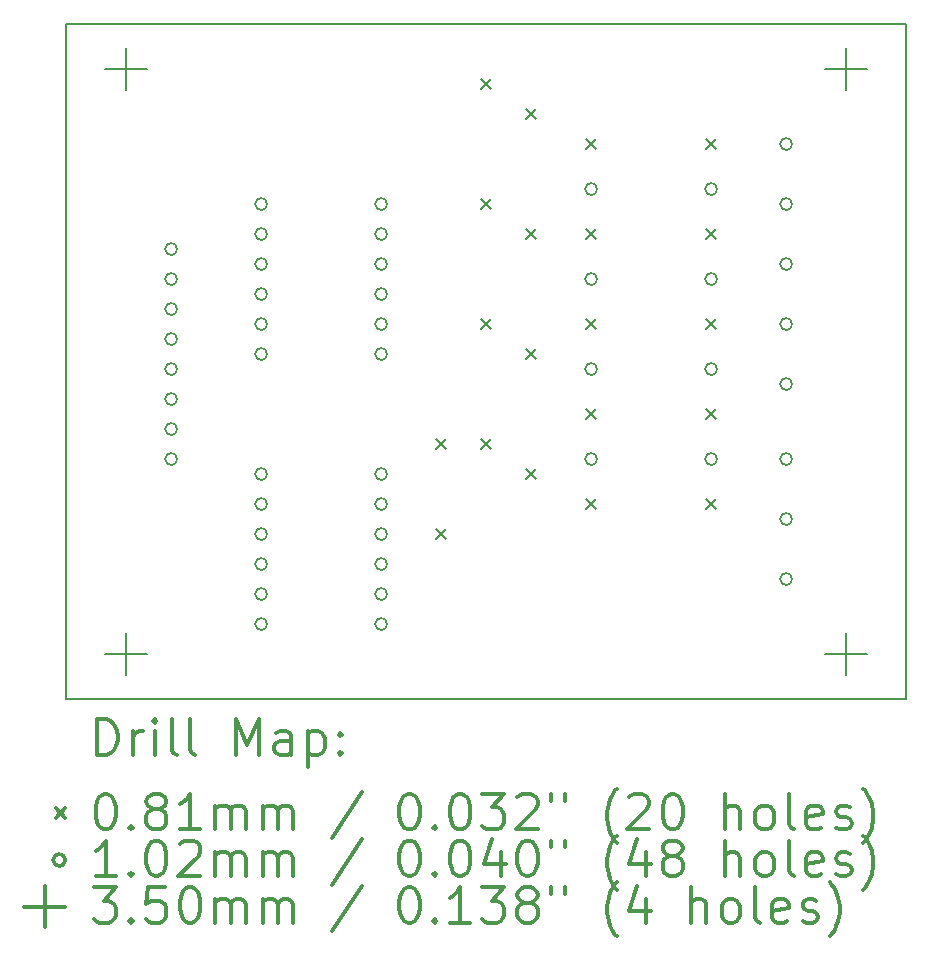
<source format=gbr>
%FSLAX45Y45*%
G04 Gerber Fmt 4.5, Leading zero omitted, Abs format (unit mm)*
G04 Created by KiCad (PCBNEW 4.0.7) date 02/20/20 23:48:35*
%MOMM*%
%LPD*%
G01*
G04 APERTURE LIST*
%ADD10C,0.127000*%
%ADD11C,0.150000*%
%ADD12C,0.200000*%
%ADD13C,0.300000*%
G04 APERTURE END LIST*
D10*
D11*
X17145000Y-7112000D02*
X10033000Y-7112000D01*
X17145000Y-12827000D02*
X17145000Y-7112000D01*
X10033000Y-12827000D02*
X17145000Y-12827000D01*
X10033000Y-7112000D02*
X10033000Y-12827000D01*
D12*
X13167360Y-10627360D02*
X13248640Y-10708640D01*
X13248640Y-10627360D02*
X13167360Y-10708640D01*
X13167360Y-11389360D02*
X13248640Y-11470640D01*
X13248640Y-11389360D02*
X13167360Y-11470640D01*
X13548360Y-7579360D02*
X13629640Y-7660640D01*
X13629640Y-7579360D02*
X13548360Y-7660640D01*
X13548360Y-8595360D02*
X13629640Y-8676640D01*
X13629640Y-8595360D02*
X13548360Y-8676640D01*
X13548360Y-9611360D02*
X13629640Y-9692640D01*
X13629640Y-9611360D02*
X13548360Y-9692640D01*
X13548360Y-10627360D02*
X13629640Y-10708640D01*
X13629640Y-10627360D02*
X13548360Y-10708640D01*
X13929360Y-7833360D02*
X14010640Y-7914640D01*
X14010640Y-7833360D02*
X13929360Y-7914640D01*
X13929360Y-8849360D02*
X14010640Y-8930640D01*
X14010640Y-8849360D02*
X13929360Y-8930640D01*
X13929360Y-9865360D02*
X14010640Y-9946640D01*
X14010640Y-9865360D02*
X13929360Y-9946640D01*
X13929360Y-10881360D02*
X14010640Y-10962640D01*
X14010640Y-10881360D02*
X13929360Y-10962640D01*
X14437360Y-8087360D02*
X14518640Y-8168640D01*
X14518640Y-8087360D02*
X14437360Y-8168640D01*
X14437360Y-8849360D02*
X14518640Y-8930640D01*
X14518640Y-8849360D02*
X14437360Y-8930640D01*
X14437360Y-9611360D02*
X14518640Y-9692640D01*
X14518640Y-9611360D02*
X14437360Y-9692640D01*
X14437360Y-10373360D02*
X14518640Y-10454640D01*
X14518640Y-10373360D02*
X14437360Y-10454640D01*
X14437360Y-11135360D02*
X14518640Y-11216640D01*
X14518640Y-11135360D02*
X14437360Y-11216640D01*
X15453360Y-8087360D02*
X15534640Y-8168640D01*
X15534640Y-8087360D02*
X15453360Y-8168640D01*
X15453360Y-8849360D02*
X15534640Y-8930640D01*
X15534640Y-8849360D02*
X15453360Y-8930640D01*
X15453360Y-9611360D02*
X15534640Y-9692640D01*
X15534640Y-9611360D02*
X15453360Y-9692640D01*
X15453360Y-10373360D02*
X15534640Y-10454640D01*
X15534640Y-10373360D02*
X15453360Y-10454640D01*
X15453360Y-11135360D02*
X15534640Y-11216640D01*
X15534640Y-11135360D02*
X15453360Y-11216640D01*
X10972800Y-9017000D02*
G75*
G03X10972800Y-9017000I-50800J0D01*
G01*
X10972800Y-9271000D02*
G75*
G03X10972800Y-9271000I-50800J0D01*
G01*
X10972800Y-9525000D02*
G75*
G03X10972800Y-9525000I-50800J0D01*
G01*
X10972800Y-9779000D02*
G75*
G03X10972800Y-9779000I-50800J0D01*
G01*
X10972800Y-10033000D02*
G75*
G03X10972800Y-10033000I-50800J0D01*
G01*
X10972800Y-10287000D02*
G75*
G03X10972800Y-10287000I-50800J0D01*
G01*
X10972800Y-10541000D02*
G75*
G03X10972800Y-10541000I-50800J0D01*
G01*
X10972800Y-10795000D02*
G75*
G03X10972800Y-10795000I-50800J0D01*
G01*
X11734800Y-8636000D02*
G75*
G03X11734800Y-8636000I-50800J0D01*
G01*
X11734800Y-8890000D02*
G75*
G03X11734800Y-8890000I-50800J0D01*
G01*
X11734800Y-9144000D02*
G75*
G03X11734800Y-9144000I-50800J0D01*
G01*
X11734800Y-9398000D02*
G75*
G03X11734800Y-9398000I-50800J0D01*
G01*
X11734800Y-9652000D02*
G75*
G03X11734800Y-9652000I-50800J0D01*
G01*
X11734800Y-9906000D02*
G75*
G03X11734800Y-9906000I-50800J0D01*
G01*
X11734800Y-10922000D02*
G75*
G03X11734800Y-10922000I-50800J0D01*
G01*
X11734800Y-11176000D02*
G75*
G03X11734800Y-11176000I-50800J0D01*
G01*
X11734800Y-11430000D02*
G75*
G03X11734800Y-11430000I-50800J0D01*
G01*
X11734800Y-11684000D02*
G75*
G03X11734800Y-11684000I-50800J0D01*
G01*
X11734800Y-11938000D02*
G75*
G03X11734800Y-11938000I-50800J0D01*
G01*
X11734800Y-12192000D02*
G75*
G03X11734800Y-12192000I-50800J0D01*
G01*
X12750800Y-8636000D02*
G75*
G03X12750800Y-8636000I-50800J0D01*
G01*
X12750800Y-8890000D02*
G75*
G03X12750800Y-8890000I-50800J0D01*
G01*
X12750800Y-9144000D02*
G75*
G03X12750800Y-9144000I-50800J0D01*
G01*
X12750800Y-9398000D02*
G75*
G03X12750800Y-9398000I-50800J0D01*
G01*
X12750800Y-9652000D02*
G75*
G03X12750800Y-9652000I-50800J0D01*
G01*
X12750800Y-9906000D02*
G75*
G03X12750800Y-9906000I-50800J0D01*
G01*
X12750800Y-10922000D02*
G75*
G03X12750800Y-10922000I-50800J0D01*
G01*
X12750800Y-11176000D02*
G75*
G03X12750800Y-11176000I-50800J0D01*
G01*
X12750800Y-11430000D02*
G75*
G03X12750800Y-11430000I-50800J0D01*
G01*
X12750800Y-11684000D02*
G75*
G03X12750800Y-11684000I-50800J0D01*
G01*
X12750800Y-11938000D02*
G75*
G03X12750800Y-11938000I-50800J0D01*
G01*
X12750800Y-12192000D02*
G75*
G03X12750800Y-12192000I-50800J0D01*
G01*
X14528800Y-8509000D02*
G75*
G03X14528800Y-8509000I-50800J0D01*
G01*
X14528800Y-9271000D02*
G75*
G03X14528800Y-9271000I-50800J0D01*
G01*
X14528800Y-10033000D02*
G75*
G03X14528800Y-10033000I-50800J0D01*
G01*
X14528800Y-10795000D02*
G75*
G03X14528800Y-10795000I-50800J0D01*
G01*
X15544800Y-8509000D02*
G75*
G03X15544800Y-8509000I-50800J0D01*
G01*
X15544800Y-9271000D02*
G75*
G03X15544800Y-9271000I-50800J0D01*
G01*
X15544800Y-10033000D02*
G75*
G03X15544800Y-10033000I-50800J0D01*
G01*
X15544800Y-10795000D02*
G75*
G03X15544800Y-10795000I-50800J0D01*
G01*
X16179800Y-8128000D02*
G75*
G03X16179800Y-8128000I-50800J0D01*
G01*
X16179800Y-8636000D02*
G75*
G03X16179800Y-8636000I-50800J0D01*
G01*
X16179800Y-9144000D02*
G75*
G03X16179800Y-9144000I-50800J0D01*
G01*
X16179800Y-9652000D02*
G75*
G03X16179800Y-9652000I-50800J0D01*
G01*
X16179800Y-10160000D02*
G75*
G03X16179800Y-10160000I-50800J0D01*
G01*
X16179800Y-10795000D02*
G75*
G03X16179800Y-10795000I-50800J0D01*
G01*
X16179800Y-11303000D02*
G75*
G03X16179800Y-11303000I-50800J0D01*
G01*
X16179800Y-11811000D02*
G75*
G03X16179800Y-11811000I-50800J0D01*
G01*
X10541000Y-7318000D02*
X10541000Y-7668000D01*
X10366000Y-7493000D02*
X10716000Y-7493000D01*
X10541000Y-12271000D02*
X10541000Y-12621000D01*
X10366000Y-12446000D02*
X10716000Y-12446000D01*
X16637000Y-7318000D02*
X16637000Y-7668000D01*
X16462000Y-7493000D02*
X16812000Y-7493000D01*
X16637000Y-12271000D02*
X16637000Y-12621000D01*
X16462000Y-12446000D02*
X16812000Y-12446000D01*
D13*
X10296929Y-13300214D02*
X10296929Y-13000214D01*
X10368357Y-13000214D01*
X10411214Y-13014500D01*
X10439786Y-13043071D01*
X10454071Y-13071643D01*
X10468357Y-13128786D01*
X10468357Y-13171643D01*
X10454071Y-13228786D01*
X10439786Y-13257357D01*
X10411214Y-13285929D01*
X10368357Y-13300214D01*
X10296929Y-13300214D01*
X10596929Y-13300214D02*
X10596929Y-13100214D01*
X10596929Y-13157357D02*
X10611214Y-13128786D01*
X10625500Y-13114500D01*
X10654071Y-13100214D01*
X10682643Y-13100214D01*
X10782643Y-13300214D02*
X10782643Y-13100214D01*
X10782643Y-13000214D02*
X10768357Y-13014500D01*
X10782643Y-13028786D01*
X10796929Y-13014500D01*
X10782643Y-13000214D01*
X10782643Y-13028786D01*
X10968357Y-13300214D02*
X10939786Y-13285929D01*
X10925500Y-13257357D01*
X10925500Y-13000214D01*
X11125500Y-13300214D02*
X11096929Y-13285929D01*
X11082643Y-13257357D01*
X11082643Y-13000214D01*
X11468357Y-13300214D02*
X11468357Y-13000214D01*
X11568357Y-13214500D01*
X11668357Y-13000214D01*
X11668357Y-13300214D01*
X11939786Y-13300214D02*
X11939786Y-13143071D01*
X11925500Y-13114500D01*
X11896928Y-13100214D01*
X11839786Y-13100214D01*
X11811214Y-13114500D01*
X11939786Y-13285929D02*
X11911214Y-13300214D01*
X11839786Y-13300214D01*
X11811214Y-13285929D01*
X11796928Y-13257357D01*
X11796928Y-13228786D01*
X11811214Y-13200214D01*
X11839786Y-13185929D01*
X11911214Y-13185929D01*
X11939786Y-13171643D01*
X12082643Y-13100214D02*
X12082643Y-13400214D01*
X12082643Y-13114500D02*
X12111214Y-13100214D01*
X12168357Y-13100214D01*
X12196928Y-13114500D01*
X12211214Y-13128786D01*
X12225500Y-13157357D01*
X12225500Y-13243071D01*
X12211214Y-13271643D01*
X12196928Y-13285929D01*
X12168357Y-13300214D01*
X12111214Y-13300214D01*
X12082643Y-13285929D01*
X12354071Y-13271643D02*
X12368357Y-13285929D01*
X12354071Y-13300214D01*
X12339786Y-13285929D01*
X12354071Y-13271643D01*
X12354071Y-13300214D01*
X12354071Y-13114500D02*
X12368357Y-13128786D01*
X12354071Y-13143071D01*
X12339786Y-13128786D01*
X12354071Y-13114500D01*
X12354071Y-13143071D01*
X9944220Y-13753860D02*
X10025500Y-13835140D01*
X10025500Y-13753860D02*
X9944220Y-13835140D01*
X10354071Y-13630214D02*
X10382643Y-13630214D01*
X10411214Y-13644500D01*
X10425500Y-13658786D01*
X10439786Y-13687357D01*
X10454071Y-13744500D01*
X10454071Y-13815929D01*
X10439786Y-13873071D01*
X10425500Y-13901643D01*
X10411214Y-13915929D01*
X10382643Y-13930214D01*
X10354071Y-13930214D01*
X10325500Y-13915929D01*
X10311214Y-13901643D01*
X10296929Y-13873071D01*
X10282643Y-13815929D01*
X10282643Y-13744500D01*
X10296929Y-13687357D01*
X10311214Y-13658786D01*
X10325500Y-13644500D01*
X10354071Y-13630214D01*
X10582643Y-13901643D02*
X10596929Y-13915929D01*
X10582643Y-13930214D01*
X10568357Y-13915929D01*
X10582643Y-13901643D01*
X10582643Y-13930214D01*
X10768357Y-13758786D02*
X10739786Y-13744500D01*
X10725500Y-13730214D01*
X10711214Y-13701643D01*
X10711214Y-13687357D01*
X10725500Y-13658786D01*
X10739786Y-13644500D01*
X10768357Y-13630214D01*
X10825500Y-13630214D01*
X10854071Y-13644500D01*
X10868357Y-13658786D01*
X10882643Y-13687357D01*
X10882643Y-13701643D01*
X10868357Y-13730214D01*
X10854071Y-13744500D01*
X10825500Y-13758786D01*
X10768357Y-13758786D01*
X10739786Y-13773071D01*
X10725500Y-13787357D01*
X10711214Y-13815929D01*
X10711214Y-13873071D01*
X10725500Y-13901643D01*
X10739786Y-13915929D01*
X10768357Y-13930214D01*
X10825500Y-13930214D01*
X10854071Y-13915929D01*
X10868357Y-13901643D01*
X10882643Y-13873071D01*
X10882643Y-13815929D01*
X10868357Y-13787357D01*
X10854071Y-13773071D01*
X10825500Y-13758786D01*
X11168357Y-13930214D02*
X10996929Y-13930214D01*
X11082643Y-13930214D02*
X11082643Y-13630214D01*
X11054071Y-13673071D01*
X11025500Y-13701643D01*
X10996929Y-13715929D01*
X11296928Y-13930214D02*
X11296928Y-13730214D01*
X11296928Y-13758786D02*
X11311214Y-13744500D01*
X11339786Y-13730214D01*
X11382643Y-13730214D01*
X11411214Y-13744500D01*
X11425500Y-13773071D01*
X11425500Y-13930214D01*
X11425500Y-13773071D02*
X11439786Y-13744500D01*
X11468357Y-13730214D01*
X11511214Y-13730214D01*
X11539786Y-13744500D01*
X11554071Y-13773071D01*
X11554071Y-13930214D01*
X11696928Y-13930214D02*
X11696928Y-13730214D01*
X11696928Y-13758786D02*
X11711214Y-13744500D01*
X11739786Y-13730214D01*
X11782643Y-13730214D01*
X11811214Y-13744500D01*
X11825500Y-13773071D01*
X11825500Y-13930214D01*
X11825500Y-13773071D02*
X11839786Y-13744500D01*
X11868357Y-13730214D01*
X11911214Y-13730214D01*
X11939786Y-13744500D01*
X11954071Y-13773071D01*
X11954071Y-13930214D01*
X12539786Y-13615929D02*
X12282643Y-14001643D01*
X12925500Y-13630214D02*
X12954071Y-13630214D01*
X12982643Y-13644500D01*
X12996928Y-13658786D01*
X13011214Y-13687357D01*
X13025500Y-13744500D01*
X13025500Y-13815929D01*
X13011214Y-13873071D01*
X12996928Y-13901643D01*
X12982643Y-13915929D01*
X12954071Y-13930214D01*
X12925500Y-13930214D01*
X12896928Y-13915929D01*
X12882643Y-13901643D01*
X12868357Y-13873071D01*
X12854071Y-13815929D01*
X12854071Y-13744500D01*
X12868357Y-13687357D01*
X12882643Y-13658786D01*
X12896928Y-13644500D01*
X12925500Y-13630214D01*
X13154071Y-13901643D02*
X13168357Y-13915929D01*
X13154071Y-13930214D01*
X13139786Y-13915929D01*
X13154071Y-13901643D01*
X13154071Y-13930214D01*
X13354071Y-13630214D02*
X13382643Y-13630214D01*
X13411214Y-13644500D01*
X13425500Y-13658786D01*
X13439785Y-13687357D01*
X13454071Y-13744500D01*
X13454071Y-13815929D01*
X13439785Y-13873071D01*
X13425500Y-13901643D01*
X13411214Y-13915929D01*
X13382643Y-13930214D01*
X13354071Y-13930214D01*
X13325500Y-13915929D01*
X13311214Y-13901643D01*
X13296928Y-13873071D01*
X13282643Y-13815929D01*
X13282643Y-13744500D01*
X13296928Y-13687357D01*
X13311214Y-13658786D01*
X13325500Y-13644500D01*
X13354071Y-13630214D01*
X13554071Y-13630214D02*
X13739785Y-13630214D01*
X13639785Y-13744500D01*
X13682643Y-13744500D01*
X13711214Y-13758786D01*
X13725500Y-13773071D01*
X13739785Y-13801643D01*
X13739785Y-13873071D01*
X13725500Y-13901643D01*
X13711214Y-13915929D01*
X13682643Y-13930214D01*
X13596928Y-13930214D01*
X13568357Y-13915929D01*
X13554071Y-13901643D01*
X13854071Y-13658786D02*
X13868357Y-13644500D01*
X13896928Y-13630214D01*
X13968357Y-13630214D01*
X13996928Y-13644500D01*
X14011214Y-13658786D01*
X14025500Y-13687357D01*
X14025500Y-13715929D01*
X14011214Y-13758786D01*
X13839785Y-13930214D01*
X14025500Y-13930214D01*
X14139786Y-13630214D02*
X14139786Y-13687357D01*
X14254071Y-13630214D02*
X14254071Y-13687357D01*
X14696928Y-14044500D02*
X14682643Y-14030214D01*
X14654071Y-13987357D01*
X14639785Y-13958786D01*
X14625500Y-13915929D01*
X14611214Y-13844500D01*
X14611214Y-13787357D01*
X14625500Y-13715929D01*
X14639785Y-13673071D01*
X14654071Y-13644500D01*
X14682643Y-13601643D01*
X14696928Y-13587357D01*
X14796928Y-13658786D02*
X14811214Y-13644500D01*
X14839785Y-13630214D01*
X14911214Y-13630214D01*
X14939785Y-13644500D01*
X14954071Y-13658786D01*
X14968357Y-13687357D01*
X14968357Y-13715929D01*
X14954071Y-13758786D01*
X14782643Y-13930214D01*
X14968357Y-13930214D01*
X15154071Y-13630214D02*
X15182643Y-13630214D01*
X15211214Y-13644500D01*
X15225500Y-13658786D01*
X15239785Y-13687357D01*
X15254071Y-13744500D01*
X15254071Y-13815929D01*
X15239785Y-13873071D01*
X15225500Y-13901643D01*
X15211214Y-13915929D01*
X15182643Y-13930214D01*
X15154071Y-13930214D01*
X15125500Y-13915929D01*
X15111214Y-13901643D01*
X15096928Y-13873071D01*
X15082643Y-13815929D01*
X15082643Y-13744500D01*
X15096928Y-13687357D01*
X15111214Y-13658786D01*
X15125500Y-13644500D01*
X15154071Y-13630214D01*
X15611214Y-13930214D02*
X15611214Y-13630214D01*
X15739785Y-13930214D02*
X15739785Y-13773071D01*
X15725500Y-13744500D01*
X15696928Y-13730214D01*
X15654071Y-13730214D01*
X15625500Y-13744500D01*
X15611214Y-13758786D01*
X15925500Y-13930214D02*
X15896928Y-13915929D01*
X15882643Y-13901643D01*
X15868357Y-13873071D01*
X15868357Y-13787357D01*
X15882643Y-13758786D01*
X15896928Y-13744500D01*
X15925500Y-13730214D01*
X15968357Y-13730214D01*
X15996928Y-13744500D01*
X16011214Y-13758786D01*
X16025500Y-13787357D01*
X16025500Y-13873071D01*
X16011214Y-13901643D01*
X15996928Y-13915929D01*
X15968357Y-13930214D01*
X15925500Y-13930214D01*
X16196928Y-13930214D02*
X16168357Y-13915929D01*
X16154071Y-13887357D01*
X16154071Y-13630214D01*
X16425500Y-13915929D02*
X16396928Y-13930214D01*
X16339786Y-13930214D01*
X16311214Y-13915929D01*
X16296928Y-13887357D01*
X16296928Y-13773071D01*
X16311214Y-13744500D01*
X16339786Y-13730214D01*
X16396928Y-13730214D01*
X16425500Y-13744500D01*
X16439786Y-13773071D01*
X16439786Y-13801643D01*
X16296928Y-13830214D01*
X16554071Y-13915929D02*
X16582643Y-13930214D01*
X16639786Y-13930214D01*
X16668357Y-13915929D01*
X16682643Y-13887357D01*
X16682643Y-13873071D01*
X16668357Y-13844500D01*
X16639786Y-13830214D01*
X16596928Y-13830214D01*
X16568357Y-13815929D01*
X16554071Y-13787357D01*
X16554071Y-13773071D01*
X16568357Y-13744500D01*
X16596928Y-13730214D01*
X16639786Y-13730214D01*
X16668357Y-13744500D01*
X16782643Y-14044500D02*
X16796929Y-14030214D01*
X16825500Y-13987357D01*
X16839786Y-13958786D01*
X16854071Y-13915929D01*
X16868357Y-13844500D01*
X16868357Y-13787357D01*
X16854071Y-13715929D01*
X16839786Y-13673071D01*
X16825500Y-13644500D01*
X16796929Y-13601643D01*
X16782643Y-13587357D01*
X10025500Y-14190500D02*
G75*
G03X10025500Y-14190500I-50800J0D01*
G01*
X10454071Y-14326214D02*
X10282643Y-14326214D01*
X10368357Y-14326214D02*
X10368357Y-14026214D01*
X10339786Y-14069071D01*
X10311214Y-14097643D01*
X10282643Y-14111929D01*
X10582643Y-14297643D02*
X10596929Y-14311929D01*
X10582643Y-14326214D01*
X10568357Y-14311929D01*
X10582643Y-14297643D01*
X10582643Y-14326214D01*
X10782643Y-14026214D02*
X10811214Y-14026214D01*
X10839786Y-14040500D01*
X10854071Y-14054786D01*
X10868357Y-14083357D01*
X10882643Y-14140500D01*
X10882643Y-14211929D01*
X10868357Y-14269071D01*
X10854071Y-14297643D01*
X10839786Y-14311929D01*
X10811214Y-14326214D01*
X10782643Y-14326214D01*
X10754071Y-14311929D01*
X10739786Y-14297643D01*
X10725500Y-14269071D01*
X10711214Y-14211929D01*
X10711214Y-14140500D01*
X10725500Y-14083357D01*
X10739786Y-14054786D01*
X10754071Y-14040500D01*
X10782643Y-14026214D01*
X10996929Y-14054786D02*
X11011214Y-14040500D01*
X11039786Y-14026214D01*
X11111214Y-14026214D01*
X11139786Y-14040500D01*
X11154071Y-14054786D01*
X11168357Y-14083357D01*
X11168357Y-14111929D01*
X11154071Y-14154786D01*
X10982643Y-14326214D01*
X11168357Y-14326214D01*
X11296928Y-14326214D02*
X11296928Y-14126214D01*
X11296928Y-14154786D02*
X11311214Y-14140500D01*
X11339786Y-14126214D01*
X11382643Y-14126214D01*
X11411214Y-14140500D01*
X11425500Y-14169071D01*
X11425500Y-14326214D01*
X11425500Y-14169071D02*
X11439786Y-14140500D01*
X11468357Y-14126214D01*
X11511214Y-14126214D01*
X11539786Y-14140500D01*
X11554071Y-14169071D01*
X11554071Y-14326214D01*
X11696928Y-14326214D02*
X11696928Y-14126214D01*
X11696928Y-14154786D02*
X11711214Y-14140500D01*
X11739786Y-14126214D01*
X11782643Y-14126214D01*
X11811214Y-14140500D01*
X11825500Y-14169071D01*
X11825500Y-14326214D01*
X11825500Y-14169071D02*
X11839786Y-14140500D01*
X11868357Y-14126214D01*
X11911214Y-14126214D01*
X11939786Y-14140500D01*
X11954071Y-14169071D01*
X11954071Y-14326214D01*
X12539786Y-14011929D02*
X12282643Y-14397643D01*
X12925500Y-14026214D02*
X12954071Y-14026214D01*
X12982643Y-14040500D01*
X12996928Y-14054786D01*
X13011214Y-14083357D01*
X13025500Y-14140500D01*
X13025500Y-14211929D01*
X13011214Y-14269071D01*
X12996928Y-14297643D01*
X12982643Y-14311929D01*
X12954071Y-14326214D01*
X12925500Y-14326214D01*
X12896928Y-14311929D01*
X12882643Y-14297643D01*
X12868357Y-14269071D01*
X12854071Y-14211929D01*
X12854071Y-14140500D01*
X12868357Y-14083357D01*
X12882643Y-14054786D01*
X12896928Y-14040500D01*
X12925500Y-14026214D01*
X13154071Y-14297643D02*
X13168357Y-14311929D01*
X13154071Y-14326214D01*
X13139786Y-14311929D01*
X13154071Y-14297643D01*
X13154071Y-14326214D01*
X13354071Y-14026214D02*
X13382643Y-14026214D01*
X13411214Y-14040500D01*
X13425500Y-14054786D01*
X13439785Y-14083357D01*
X13454071Y-14140500D01*
X13454071Y-14211929D01*
X13439785Y-14269071D01*
X13425500Y-14297643D01*
X13411214Y-14311929D01*
X13382643Y-14326214D01*
X13354071Y-14326214D01*
X13325500Y-14311929D01*
X13311214Y-14297643D01*
X13296928Y-14269071D01*
X13282643Y-14211929D01*
X13282643Y-14140500D01*
X13296928Y-14083357D01*
X13311214Y-14054786D01*
X13325500Y-14040500D01*
X13354071Y-14026214D01*
X13711214Y-14126214D02*
X13711214Y-14326214D01*
X13639785Y-14011929D02*
X13568357Y-14226214D01*
X13754071Y-14226214D01*
X13925500Y-14026214D02*
X13954071Y-14026214D01*
X13982643Y-14040500D01*
X13996928Y-14054786D01*
X14011214Y-14083357D01*
X14025500Y-14140500D01*
X14025500Y-14211929D01*
X14011214Y-14269071D01*
X13996928Y-14297643D01*
X13982643Y-14311929D01*
X13954071Y-14326214D01*
X13925500Y-14326214D01*
X13896928Y-14311929D01*
X13882643Y-14297643D01*
X13868357Y-14269071D01*
X13854071Y-14211929D01*
X13854071Y-14140500D01*
X13868357Y-14083357D01*
X13882643Y-14054786D01*
X13896928Y-14040500D01*
X13925500Y-14026214D01*
X14139786Y-14026214D02*
X14139786Y-14083357D01*
X14254071Y-14026214D02*
X14254071Y-14083357D01*
X14696928Y-14440500D02*
X14682643Y-14426214D01*
X14654071Y-14383357D01*
X14639785Y-14354786D01*
X14625500Y-14311929D01*
X14611214Y-14240500D01*
X14611214Y-14183357D01*
X14625500Y-14111929D01*
X14639785Y-14069071D01*
X14654071Y-14040500D01*
X14682643Y-13997643D01*
X14696928Y-13983357D01*
X14939785Y-14126214D02*
X14939785Y-14326214D01*
X14868357Y-14011929D02*
X14796928Y-14226214D01*
X14982643Y-14226214D01*
X15139785Y-14154786D02*
X15111214Y-14140500D01*
X15096928Y-14126214D01*
X15082643Y-14097643D01*
X15082643Y-14083357D01*
X15096928Y-14054786D01*
X15111214Y-14040500D01*
X15139785Y-14026214D01*
X15196928Y-14026214D01*
X15225500Y-14040500D01*
X15239785Y-14054786D01*
X15254071Y-14083357D01*
X15254071Y-14097643D01*
X15239785Y-14126214D01*
X15225500Y-14140500D01*
X15196928Y-14154786D01*
X15139785Y-14154786D01*
X15111214Y-14169071D01*
X15096928Y-14183357D01*
X15082643Y-14211929D01*
X15082643Y-14269071D01*
X15096928Y-14297643D01*
X15111214Y-14311929D01*
X15139785Y-14326214D01*
X15196928Y-14326214D01*
X15225500Y-14311929D01*
X15239785Y-14297643D01*
X15254071Y-14269071D01*
X15254071Y-14211929D01*
X15239785Y-14183357D01*
X15225500Y-14169071D01*
X15196928Y-14154786D01*
X15611214Y-14326214D02*
X15611214Y-14026214D01*
X15739785Y-14326214D02*
X15739785Y-14169071D01*
X15725500Y-14140500D01*
X15696928Y-14126214D01*
X15654071Y-14126214D01*
X15625500Y-14140500D01*
X15611214Y-14154786D01*
X15925500Y-14326214D02*
X15896928Y-14311929D01*
X15882643Y-14297643D01*
X15868357Y-14269071D01*
X15868357Y-14183357D01*
X15882643Y-14154786D01*
X15896928Y-14140500D01*
X15925500Y-14126214D01*
X15968357Y-14126214D01*
X15996928Y-14140500D01*
X16011214Y-14154786D01*
X16025500Y-14183357D01*
X16025500Y-14269071D01*
X16011214Y-14297643D01*
X15996928Y-14311929D01*
X15968357Y-14326214D01*
X15925500Y-14326214D01*
X16196928Y-14326214D02*
X16168357Y-14311929D01*
X16154071Y-14283357D01*
X16154071Y-14026214D01*
X16425500Y-14311929D02*
X16396928Y-14326214D01*
X16339786Y-14326214D01*
X16311214Y-14311929D01*
X16296928Y-14283357D01*
X16296928Y-14169071D01*
X16311214Y-14140500D01*
X16339786Y-14126214D01*
X16396928Y-14126214D01*
X16425500Y-14140500D01*
X16439786Y-14169071D01*
X16439786Y-14197643D01*
X16296928Y-14226214D01*
X16554071Y-14311929D02*
X16582643Y-14326214D01*
X16639786Y-14326214D01*
X16668357Y-14311929D01*
X16682643Y-14283357D01*
X16682643Y-14269071D01*
X16668357Y-14240500D01*
X16639786Y-14226214D01*
X16596928Y-14226214D01*
X16568357Y-14211929D01*
X16554071Y-14183357D01*
X16554071Y-14169071D01*
X16568357Y-14140500D01*
X16596928Y-14126214D01*
X16639786Y-14126214D01*
X16668357Y-14140500D01*
X16782643Y-14440500D02*
X16796929Y-14426214D01*
X16825500Y-14383357D01*
X16839786Y-14354786D01*
X16854071Y-14311929D01*
X16868357Y-14240500D01*
X16868357Y-14183357D01*
X16854071Y-14111929D01*
X16839786Y-14069071D01*
X16825500Y-14040500D01*
X16796929Y-13997643D01*
X16782643Y-13983357D01*
X9850500Y-14411500D02*
X9850500Y-14761500D01*
X9675500Y-14586500D02*
X10025500Y-14586500D01*
X10268357Y-14422214D02*
X10454071Y-14422214D01*
X10354071Y-14536500D01*
X10396929Y-14536500D01*
X10425500Y-14550786D01*
X10439786Y-14565071D01*
X10454071Y-14593643D01*
X10454071Y-14665071D01*
X10439786Y-14693643D01*
X10425500Y-14707929D01*
X10396929Y-14722214D01*
X10311214Y-14722214D01*
X10282643Y-14707929D01*
X10268357Y-14693643D01*
X10582643Y-14693643D02*
X10596929Y-14707929D01*
X10582643Y-14722214D01*
X10568357Y-14707929D01*
X10582643Y-14693643D01*
X10582643Y-14722214D01*
X10868357Y-14422214D02*
X10725500Y-14422214D01*
X10711214Y-14565071D01*
X10725500Y-14550786D01*
X10754071Y-14536500D01*
X10825500Y-14536500D01*
X10854071Y-14550786D01*
X10868357Y-14565071D01*
X10882643Y-14593643D01*
X10882643Y-14665071D01*
X10868357Y-14693643D01*
X10854071Y-14707929D01*
X10825500Y-14722214D01*
X10754071Y-14722214D01*
X10725500Y-14707929D01*
X10711214Y-14693643D01*
X11068357Y-14422214D02*
X11096929Y-14422214D01*
X11125500Y-14436500D01*
X11139786Y-14450786D01*
X11154071Y-14479357D01*
X11168357Y-14536500D01*
X11168357Y-14607929D01*
X11154071Y-14665071D01*
X11139786Y-14693643D01*
X11125500Y-14707929D01*
X11096929Y-14722214D01*
X11068357Y-14722214D01*
X11039786Y-14707929D01*
X11025500Y-14693643D01*
X11011214Y-14665071D01*
X10996929Y-14607929D01*
X10996929Y-14536500D01*
X11011214Y-14479357D01*
X11025500Y-14450786D01*
X11039786Y-14436500D01*
X11068357Y-14422214D01*
X11296928Y-14722214D02*
X11296928Y-14522214D01*
X11296928Y-14550786D02*
X11311214Y-14536500D01*
X11339786Y-14522214D01*
X11382643Y-14522214D01*
X11411214Y-14536500D01*
X11425500Y-14565071D01*
X11425500Y-14722214D01*
X11425500Y-14565071D02*
X11439786Y-14536500D01*
X11468357Y-14522214D01*
X11511214Y-14522214D01*
X11539786Y-14536500D01*
X11554071Y-14565071D01*
X11554071Y-14722214D01*
X11696928Y-14722214D02*
X11696928Y-14522214D01*
X11696928Y-14550786D02*
X11711214Y-14536500D01*
X11739786Y-14522214D01*
X11782643Y-14522214D01*
X11811214Y-14536500D01*
X11825500Y-14565071D01*
X11825500Y-14722214D01*
X11825500Y-14565071D02*
X11839786Y-14536500D01*
X11868357Y-14522214D01*
X11911214Y-14522214D01*
X11939786Y-14536500D01*
X11954071Y-14565071D01*
X11954071Y-14722214D01*
X12539786Y-14407929D02*
X12282643Y-14793643D01*
X12925500Y-14422214D02*
X12954071Y-14422214D01*
X12982643Y-14436500D01*
X12996928Y-14450786D01*
X13011214Y-14479357D01*
X13025500Y-14536500D01*
X13025500Y-14607929D01*
X13011214Y-14665071D01*
X12996928Y-14693643D01*
X12982643Y-14707929D01*
X12954071Y-14722214D01*
X12925500Y-14722214D01*
X12896928Y-14707929D01*
X12882643Y-14693643D01*
X12868357Y-14665071D01*
X12854071Y-14607929D01*
X12854071Y-14536500D01*
X12868357Y-14479357D01*
X12882643Y-14450786D01*
X12896928Y-14436500D01*
X12925500Y-14422214D01*
X13154071Y-14693643D02*
X13168357Y-14707929D01*
X13154071Y-14722214D01*
X13139786Y-14707929D01*
X13154071Y-14693643D01*
X13154071Y-14722214D01*
X13454071Y-14722214D02*
X13282643Y-14722214D01*
X13368357Y-14722214D02*
X13368357Y-14422214D01*
X13339785Y-14465071D01*
X13311214Y-14493643D01*
X13282643Y-14507929D01*
X13554071Y-14422214D02*
X13739785Y-14422214D01*
X13639785Y-14536500D01*
X13682643Y-14536500D01*
X13711214Y-14550786D01*
X13725500Y-14565071D01*
X13739785Y-14593643D01*
X13739785Y-14665071D01*
X13725500Y-14693643D01*
X13711214Y-14707929D01*
X13682643Y-14722214D01*
X13596928Y-14722214D01*
X13568357Y-14707929D01*
X13554071Y-14693643D01*
X13911214Y-14550786D02*
X13882643Y-14536500D01*
X13868357Y-14522214D01*
X13854071Y-14493643D01*
X13854071Y-14479357D01*
X13868357Y-14450786D01*
X13882643Y-14436500D01*
X13911214Y-14422214D01*
X13968357Y-14422214D01*
X13996928Y-14436500D01*
X14011214Y-14450786D01*
X14025500Y-14479357D01*
X14025500Y-14493643D01*
X14011214Y-14522214D01*
X13996928Y-14536500D01*
X13968357Y-14550786D01*
X13911214Y-14550786D01*
X13882643Y-14565071D01*
X13868357Y-14579357D01*
X13854071Y-14607929D01*
X13854071Y-14665071D01*
X13868357Y-14693643D01*
X13882643Y-14707929D01*
X13911214Y-14722214D01*
X13968357Y-14722214D01*
X13996928Y-14707929D01*
X14011214Y-14693643D01*
X14025500Y-14665071D01*
X14025500Y-14607929D01*
X14011214Y-14579357D01*
X13996928Y-14565071D01*
X13968357Y-14550786D01*
X14139786Y-14422214D02*
X14139786Y-14479357D01*
X14254071Y-14422214D02*
X14254071Y-14479357D01*
X14696928Y-14836500D02*
X14682643Y-14822214D01*
X14654071Y-14779357D01*
X14639785Y-14750786D01*
X14625500Y-14707929D01*
X14611214Y-14636500D01*
X14611214Y-14579357D01*
X14625500Y-14507929D01*
X14639785Y-14465071D01*
X14654071Y-14436500D01*
X14682643Y-14393643D01*
X14696928Y-14379357D01*
X14939785Y-14522214D02*
X14939785Y-14722214D01*
X14868357Y-14407929D02*
X14796928Y-14622214D01*
X14982643Y-14622214D01*
X15325500Y-14722214D02*
X15325500Y-14422214D01*
X15454071Y-14722214D02*
X15454071Y-14565071D01*
X15439785Y-14536500D01*
X15411214Y-14522214D01*
X15368357Y-14522214D01*
X15339785Y-14536500D01*
X15325500Y-14550786D01*
X15639785Y-14722214D02*
X15611214Y-14707929D01*
X15596928Y-14693643D01*
X15582643Y-14665071D01*
X15582643Y-14579357D01*
X15596928Y-14550786D01*
X15611214Y-14536500D01*
X15639785Y-14522214D01*
X15682643Y-14522214D01*
X15711214Y-14536500D01*
X15725500Y-14550786D01*
X15739785Y-14579357D01*
X15739785Y-14665071D01*
X15725500Y-14693643D01*
X15711214Y-14707929D01*
X15682643Y-14722214D01*
X15639785Y-14722214D01*
X15911214Y-14722214D02*
X15882643Y-14707929D01*
X15868357Y-14679357D01*
X15868357Y-14422214D01*
X16139786Y-14707929D02*
X16111214Y-14722214D01*
X16054071Y-14722214D01*
X16025500Y-14707929D01*
X16011214Y-14679357D01*
X16011214Y-14565071D01*
X16025500Y-14536500D01*
X16054071Y-14522214D01*
X16111214Y-14522214D01*
X16139786Y-14536500D01*
X16154071Y-14565071D01*
X16154071Y-14593643D01*
X16011214Y-14622214D01*
X16268357Y-14707929D02*
X16296928Y-14722214D01*
X16354071Y-14722214D01*
X16382643Y-14707929D01*
X16396928Y-14679357D01*
X16396928Y-14665071D01*
X16382643Y-14636500D01*
X16354071Y-14622214D01*
X16311214Y-14622214D01*
X16282643Y-14607929D01*
X16268357Y-14579357D01*
X16268357Y-14565071D01*
X16282643Y-14536500D01*
X16311214Y-14522214D01*
X16354071Y-14522214D01*
X16382643Y-14536500D01*
X16496928Y-14836500D02*
X16511214Y-14822214D01*
X16539786Y-14779357D01*
X16554071Y-14750786D01*
X16568357Y-14707929D01*
X16582643Y-14636500D01*
X16582643Y-14579357D01*
X16568357Y-14507929D01*
X16554071Y-14465071D01*
X16539786Y-14436500D01*
X16511214Y-14393643D01*
X16496928Y-14379357D01*
M02*

</source>
